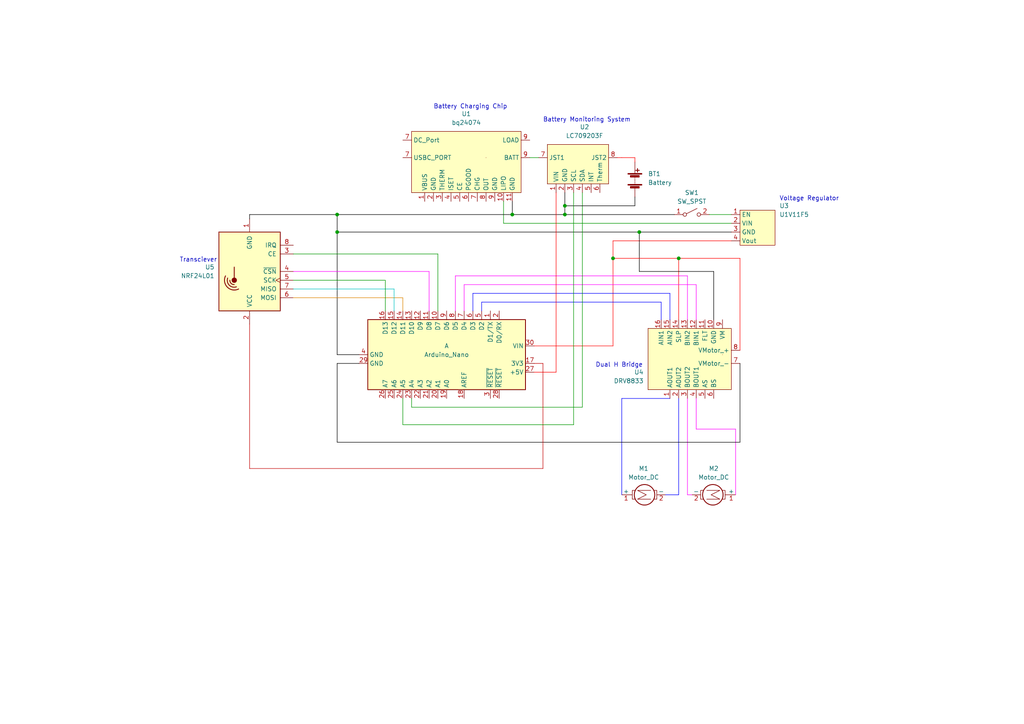
<source format=kicad_sch>
(kicad_sch (version 20211123) (generator eeschema)

  (uuid 9538e4ed-27e6-4c37-b989-9859dc0d49e8)

  (paper "A4")

  (title_block
    (title "Car Circuitry")
    (date "2022-04-25")
    (company "Senior Design Team 18")
  )

  (lib_symbols
    (symbol "Car_Circuits:DRV8833" (in_bom yes) (on_board yes)
      (property "Reference" "U" (id 0) (at 0 0 0)
        (effects (font (size 1.27 1.27)))
      )
      (property "Value" "DRV8833" (id 1) (at 29.21 -16.51 0)
        (effects (font (size 1.27 1.27)))
      )
      (property "Footprint" "" (id 2) (at 0 0 0)
        (effects (font (size 1.27 1.27)) hide)
      )
      (property "Datasheet" "" (id 3) (at 0 0 0)
        (effects (font (size 1.27 1.27)) hide)
      )
      (symbol "DRV8833_0_1"
        (rectangle (start 0 0) (end 24.13 -17.78)
          (stroke (width 0) (type default) (color 0 0 0 0))
          (fill (type background))
        )
        (rectangle (start 21.59 -7.62) (end 21.59 -7.62)
          (stroke (width 0) (type default) (color 0 0 0 0))
          (fill (type none))
        )
      )
      (symbol "DRV8833_1_1"
        (pin output line (at 6.35 -20.32 90) (length 2.54)
          (name "AOUT1" (effects (font (size 1.27 1.27))))
          (number "1" (effects (font (size 1.27 1.27))))
        )
        (pin input line (at 19.05 2.54 270) (length 2.54)
          (name "GND" (effects (font (size 1.27 1.27))))
          (number "10" (effects (font (size 1.27 1.27))))
        )
        (pin input line (at 16.51 2.54 270) (length 2.54)
          (name "FLT" (effects (font (size 1.27 1.27))))
          (number "11" (effects (font (size 1.27 1.27))))
        )
        (pin input line (at 13.97 2.54 270) (length 2.54)
          (name "BIN1" (effects (font (size 1.27 1.27))))
          (number "12" (effects (font (size 1.27 1.27))))
        )
        (pin input line (at 11.43 2.54 270) (length 2.54)
          (name "BIN2" (effects (font (size 1.27 1.27))))
          (number "13" (effects (font (size 1.27 1.27))))
        )
        (pin input line (at 8.89 2.54 270) (length 2.54)
          (name "SLP" (effects (font (size 1.27 1.27))))
          (number "14" (effects (font (size 1.27 1.27))))
        )
        (pin input line (at 6.35 2.54 270) (length 2.54)
          (name "AIN2" (effects (font (size 1.27 1.27))))
          (number "15" (effects (font (size 1.27 1.27))))
        )
        (pin input line (at 3.81 2.54 270) (length 2.54)
          (name "AIN1" (effects (font (size 1.27 1.27))))
          (number "16" (effects (font (size 1.27 1.27))))
        )
        (pin output line (at 8.89 -20.32 90) (length 2.54)
          (name "AOUT2" (effects (font (size 1.27 1.27))))
          (number "2" (effects (font (size 1.27 1.27))))
        )
        (pin output line (at 11.43 -20.32 90) (length 2.54)
          (name "BOUT2" (effects (font (size 1.27 1.27))))
          (number "3" (effects (font (size 1.27 1.27))))
        )
        (pin output line (at 13.97 -20.32 90) (length 2.54)
          (name "BOUT1" (effects (font (size 1.27 1.27))))
          (number "4" (effects (font (size 1.27 1.27))))
        )
        (pin input line (at 16.51 -20.32 90) (length 2.54)
          (name "AS" (effects (font (size 1.27 1.27))))
          (number "5" (effects (font (size 1.27 1.27))))
        )
        (pin input line (at 19.05 -20.32 90) (length 2.54)
          (name "BS" (effects (font (size 1.27 1.27))))
          (number "6" (effects (font (size 1.27 1.27))))
        )
        (pin output line (at 26.67 -10.16 180) (length 2.54)
          (name "VMotor_-" (effects (font (size 1.27 1.27))))
          (number "7" (effects (font (size 1.27 1.27))))
        )
        (pin output line (at 26.67 -6.35 180) (length 2.54)
          (name "VMotor_+" (effects (font (size 1.27 1.27))))
          (number "8" (effects (font (size 1.27 1.27))))
        )
        (pin input line (at 21.59 2.54 270) (length 2.54)
          (name "VM" (effects (font (size 1.27 1.27))))
          (number "9" (effects (font (size 1.27 1.27))))
        )
      )
    )
    (symbol "Car_Circuits:LC709203F" (in_bom yes) (on_board yes)
      (property "Reference" "U" (id 0) (at 0 0 0)
        (effects (font (size 1.27 1.27)))
      )
      (property "Value" "LC709203F" (id 1) (at 11.43 1.27 0)
        (effects (font (size 1.27 1.27)))
      )
      (property "Footprint" "" (id 2) (at 0 0 0)
        (effects (font (size 1.27 1.27)) hide)
      )
      (property "Datasheet" "" (id 3) (at 0 0 0)
        (effects (font (size 1.27 1.27)) hide)
      )
      (symbol "LC709203F_0_1"
        (rectangle (start 0 0) (end 17.78 -11.43)
          (stroke (width 0) (type default) (color 0 0 0 0))
          (fill (type background))
        )
        (rectangle (start 21.59 -3.81) (end 21.59 -3.81)
          (stroke (width 0) (type default) (color 0 0 0 0))
          (fill (type none))
        )
      )
      (symbol "LC709203F_1_1"
        (pin input line (at 2.54 -13.97 90) (length 2.54)
          (name "VIN" (effects (font (size 1.27 1.27))))
          (number "1" (effects (font (size 1.27 1.27))))
        )
        (pin input line (at 5.08 -13.97 90) (length 2.54)
          (name "GND" (effects (font (size 1.27 1.27))))
          (number "2" (effects (font (size 1.27 1.27))))
        )
        (pin output line (at 7.62 -13.97 90) (length 2.54)
          (name "SCL" (effects (font (size 1.27 1.27))))
          (number "3" (effects (font (size 1.27 1.27))))
        )
        (pin output line (at 10.16 -13.97 90) (length 2.54)
          (name "SDA" (effects (font (size 1.27 1.27))))
          (number "4" (effects (font (size 1.27 1.27))))
        )
        (pin input line (at 12.7 -13.97 90) (length 2.54)
          (name "INT" (effects (font (size 1.27 1.27))))
          (number "5" (effects (font (size 1.27 1.27))))
        )
        (pin input line (at 15.24 -13.97 90) (length 2.54)
          (name "Therm" (effects (font (size 1.27 1.27))))
          (number "6" (effects (font (size 1.27 1.27))))
        )
        (pin input line (at -2.54 -3.81 0) (length 2.54)
          (name "JST1" (effects (font (size 1.27 1.27))))
          (number "7" (effects (font (size 1.27 1.27))))
        )
        (pin input line (at 20.32 -3.81 180) (length 2.54)
          (name "JST2" (effects (font (size 1.27 1.27))))
          (number "8" (effects (font (size 1.27 1.27))))
        )
      )
    )
    (symbol "Car_Circuits:U1V11F5" (in_bom yes) (on_board yes)
      (property "Reference" "U" (id 0) (at 0 0 0)
        (effects (font (size 1.27 1.27)))
      )
      (property "Value" "U1V11F5" (id 1) (at 5.08 1.27 0)
        (effects (font (size 1.27 1.27)))
      )
      (property "Footprint" "" (id 2) (at 0 0 0)
        (effects (font (size 1.27 1.27)) hide)
      )
      (property "Datasheet" "" (id 3) (at 0 0 0)
        (effects (font (size 1.27 1.27)) hide)
      )
      (symbol "U1V11F5_0_1"
        (rectangle (start 0 0) (end 10.16 -10.16)
          (stroke (width 0) (type default) (color 0 0 0 0))
          (fill (type background))
        )
      )
      (symbol "U1V11F5_1_1"
        (pin input line (at 1.27 -12.7 90) (length 2.54)
          (name "EN" (effects (font (size 1.27 1.27))))
          (number "1" (effects (font (size 1.27 1.27))))
        )
        (pin input line (at 3.81 -12.7 90) (length 2.54)
          (name "VIN" (effects (font (size 1.27 1.27))))
          (number "2" (effects (font (size 1.27 1.27))))
        )
        (pin passive line (at 6.35 -12.7 90) (length 2.54)
          (name "GND" (effects (font (size 1.27 1.27))))
          (number "3" (effects (font (size 1.27 1.27))))
        )
        (pin output line (at 8.89 -12.7 90) (length 2.54)
          (name "Vout" (effects (font (size 1.27 1.27))))
          (number "4" (effects (font (size 1.27 1.27))))
        )
      )
    )
    (symbol "Car_Circuits:bq24074" (in_bom yes) (on_board yes)
      (property "Reference" "U" (id 0) (at 0 0 0)
        (effects (font (size 1.27 1.27)))
      )
      (property "Value" "bq24074" (id 1) (at 15.24 1.27 0)
        (effects (font (size 1.27 1.27)))
      )
      (property "Footprint" "" (id 2) (at 0 0 0)
        (effects (font (size 1.27 1.27)) hide)
      )
      (property "Datasheet" "" (id 3) (at 0 0 0)
        (effects (font (size 1.27 1.27)) hide)
      )
      (symbol "bq24074_0_1"
        (rectangle (start 0 0) (end 31.75 -17.78)
          (stroke (width 0) (type default) (color 0 0 0 0))
          (fill (type background))
        )
        (rectangle (start 21.59 -7.62) (end 21.59 -7.62)
          (stroke (width 0) (type default) (color 0 0 0 0))
          (fill (type none))
        )
      )
      (symbol "bq24074_1_1"
        (pin input line (at 3.81 -20.32 90) (length 2.54)
          (name "VBUS" (effects (font (size 1.27 1.27))))
          (number "1" (effects (font (size 1.27 1.27))))
        )
        (pin output line (at 26.67 -20.32 90) (length 2.54)
          (name "LIPO" (effects (font (size 1.27 1.27))))
          (number "10" (effects (font (size 1.27 1.27))))
        )
        (pin input line (at 29.21 -20.32 90) (length 2.54)
          (name "GND" (effects (font (size 1.27 1.27))))
          (number "11" (effects (font (size 1.27 1.27))))
        )
        (pin input line (at 6.35 -20.32 90) (length 2.54)
          (name "GND" (effects (font (size 1.27 1.27))))
          (number "2" (effects (font (size 1.27 1.27))))
        )
        (pin output line (at 8.89 -20.32 90) (length 2.54)
          (name "THERM" (effects (font (size 1.27 1.27))))
          (number "3" (effects (font (size 1.27 1.27))))
        )
        (pin output line (at 11.43 -20.32 90) (length 2.54)
          (name "ISET" (effects (font (size 1.27 1.27))))
          (number "4" (effects (font (size 1.27 1.27))))
        )
        (pin input line (at 13.97 -20.32 90) (length 2.54)
          (name "CE" (effects (font (size 1.27 1.27))))
          (number "5" (effects (font (size 1.27 1.27))))
        )
        (pin input line (at 16.51 -20.32 90) (length 2.54)
          (name "PGOOD" (effects (font (size 1.27 1.27))))
          (number "6" (effects (font (size 1.27 1.27))))
        )
        (pin input line (at 19.05 -20.32 90) (length 2.54)
          (name "CHG" (effects (font (size 1.27 1.27))))
          (number "7" (effects (font (size 1.27 1.27))))
        )
        (pin input line (at -2.54 -2.54 0) (length 2.54)
          (name "DC_Port" (effects (font (size 1.27 1.27))))
          (number "7" (effects (font (size 1.27 1.27))))
        )
        (pin input line (at -2.54 -7.62 0) (length 2.54)
          (name "USBC_PORT" (effects (font (size 1.27 1.27))))
          (number "7" (effects (font (size 1.27 1.27))))
        )
        (pin input line (at 21.59 -20.32 90) (length 2.54)
          (name "OUT" (effects (font (size 1.27 1.27))))
          (number "8" (effects (font (size 1.27 1.27))))
        )
        (pin output line (at 34.29 -7.62 180) (length 2.54)
          (name "BATT" (effects (font (size 1.27 1.27))))
          (number "9" (effects (font (size 1.27 1.27))))
        )
        (pin output line (at 24.13 -20.32 90) (length 2.54)
          (name "GND" (effects (font (size 1.27 1.27))))
          (number "9" (effects (font (size 1.27 1.27))))
        )
        (pin output line (at 34.29 -2.54 180) (length 2.54)
          (name "LOAD" (effects (font (size 1.27 1.27))))
          (number "9" (effects (font (size 1.27 1.27))))
        )
      )
    )
    (symbol "Device:Battery" (pin_numbers hide) (pin_names (offset 0) hide) (in_bom yes) (on_board yes)
      (property "Reference" "BT" (id 0) (at 2.54 2.54 0)
        (effects (font (size 1.27 1.27)) (justify left))
      )
      (property "Value" "Battery" (id 1) (at 2.54 0 0)
        (effects (font (size 1.27 1.27)) (justify left))
      )
      (property "Footprint" "" (id 2) (at 0 1.524 90)
        (effects (font (size 1.27 1.27)) hide)
      )
      (property "Datasheet" "~" (id 3) (at 0 1.524 90)
        (effects (font (size 1.27 1.27)) hide)
      )
      (property "ki_keywords" "batt voltage-source cell" (id 4) (at 0 0 0)
        (effects (font (size 1.27 1.27)) hide)
      )
      (property "ki_description" "Multiple-cell battery" (id 5) (at 0 0 0)
        (effects (font (size 1.27 1.27)) hide)
      )
      (symbol "Battery_0_1"
        (rectangle (start -2.032 -1.397) (end 2.032 -1.651)
          (stroke (width 0) (type default) (color 0 0 0 0))
          (fill (type outline))
        )
        (rectangle (start -2.032 1.778) (end 2.032 1.524)
          (stroke (width 0) (type default) (color 0 0 0 0))
          (fill (type outline))
        )
        (rectangle (start -1.3208 -1.9812) (end 1.27 -2.4892)
          (stroke (width 0) (type default) (color 0 0 0 0))
          (fill (type outline))
        )
        (rectangle (start -1.3208 1.1938) (end 1.27 0.6858)
          (stroke (width 0) (type default) (color 0 0 0 0))
          (fill (type outline))
        )
        (polyline
          (pts
            (xy 0 -1.524)
            (xy 0 -1.27)
          )
          (stroke (width 0) (type default) (color 0 0 0 0))
          (fill (type none))
        )
        (polyline
          (pts
            (xy 0 -1.016)
            (xy 0 -0.762)
          )
          (stroke (width 0) (type default) (color 0 0 0 0))
          (fill (type none))
        )
        (polyline
          (pts
            (xy 0 -0.508)
            (xy 0 -0.254)
          )
          (stroke (width 0) (type default) (color 0 0 0 0))
          (fill (type none))
        )
        (polyline
          (pts
            (xy 0 0)
            (xy 0 0.254)
          )
          (stroke (width 0) (type default) (color 0 0 0 0))
          (fill (type none))
        )
        (polyline
          (pts
            (xy 0 0.508)
            (xy 0 0.762)
          )
          (stroke (width 0) (type default) (color 0 0 0 0))
          (fill (type none))
        )
        (polyline
          (pts
            (xy 0 1.778)
            (xy 0 2.54)
          )
          (stroke (width 0) (type default) (color 0 0 0 0))
          (fill (type none))
        )
        (polyline
          (pts
            (xy 0.254 2.667)
            (xy 1.27 2.667)
          )
          (stroke (width 0.254) (type default) (color 0 0 0 0))
          (fill (type none))
        )
        (polyline
          (pts
            (xy 0.762 3.175)
            (xy 0.762 2.159)
          )
          (stroke (width 0.254) (type default) (color 0 0 0 0))
          (fill (type none))
        )
      )
      (symbol "Battery_1_1"
        (pin passive line (at 0 5.08 270) (length 2.54)
          (name "+" (effects (font (size 1.27 1.27))))
          (number "1" (effects (font (size 1.27 1.27))))
        )
        (pin passive line (at 0 -5.08 90) (length 2.54)
          (name "-" (effects (font (size 1.27 1.27))))
          (number "2" (effects (font (size 1.27 1.27))))
        )
      )
    )
    (symbol "MCU_Module:Arduino_Nano_v3.x" (in_bom yes) (on_board yes)
      (property "Reference" "A" (id 0) (at -10.16 23.495 0)
        (effects (font (size 1.27 1.27)) (justify left bottom))
      )
      (property "Value" "Arduino_Nano_v3.x" (id 1) (at 5.08 -24.13 0)
        (effects (font (size 1.27 1.27)) (justify left top))
      )
      (property "Footprint" "Module:Arduino_Nano" (id 2) (at 0 0 0)
        (effects (font (size 1.27 1.27) italic) hide)
      )
      (property "Datasheet" "http://www.mouser.com/pdfdocs/Gravitech_Arduino_Nano3_0.pdf" (id 3) (at 0 0 0)
        (effects (font (size 1.27 1.27)) hide)
      )
      (property "ki_keywords" "Arduino nano microcontroller module USB" (id 4) (at 0 0 0)
        (effects (font (size 1.27 1.27)) hide)
      )
      (property "ki_description" "Arduino Nano v3.x" (id 5) (at 0 0 0)
        (effects (font (size 1.27 1.27)) hide)
      )
      (property "ki_fp_filters" "Arduino*Nano*" (id 6) (at 0 0 0)
        (effects (font (size 1.27 1.27)) hide)
      )
      (symbol "Arduino_Nano_v3.x_0_1"
        (rectangle (start -10.16 22.86) (end 10.16 -22.86)
          (stroke (width 0.254) (type default) (color 0 0 0 0))
          (fill (type background))
        )
      )
      (symbol "Arduino_Nano_v3.x_1_1"
        (pin bidirectional line (at -12.7 12.7 0) (length 2.54)
          (name "D1/TX" (effects (font (size 1.27 1.27))))
          (number "1" (effects (font (size 1.27 1.27))))
        )
        (pin bidirectional line (at -12.7 -2.54 0) (length 2.54)
          (name "D7" (effects (font (size 1.27 1.27))))
          (number "10" (effects (font (size 1.27 1.27))))
        )
        (pin bidirectional line (at -12.7 -5.08 0) (length 2.54)
          (name "D8" (effects (font (size 1.27 1.27))))
          (number "11" (effects (font (size 1.27 1.27))))
        )
        (pin bidirectional line (at -12.7 -7.62 0) (length 2.54)
          (name "D9" (effects (font (size 1.27 1.27))))
          (number "12" (effects (font (size 1.27 1.27))))
        )
        (pin bidirectional line (at -12.7 -10.16 0) (length 2.54)
          (name "D10" (effects (font (size 1.27 1.27))))
          (number "13" (effects (font (size 1.27 1.27))))
        )
        (pin bidirectional line (at -12.7 -12.7 0) (length 2.54)
          (name "D11" (effects (font (size 1.27 1.27))))
          (number "14" (effects (font (size 1.27 1.27))))
        )
        (pin bidirectional line (at -12.7 -15.24 0) (length 2.54)
          (name "D12" (effects (font (size 1.27 1.27))))
          (number "15" (effects (font (size 1.27 1.27))))
        )
        (pin bidirectional line (at -12.7 -17.78 0) (length 2.54)
          (name "D13" (effects (font (size 1.27 1.27))))
          (number "16" (effects (font (size 1.27 1.27))))
        )
        (pin power_out line (at 2.54 25.4 270) (length 2.54)
          (name "3V3" (effects (font (size 1.27 1.27))))
          (number "17" (effects (font (size 1.27 1.27))))
        )
        (pin input line (at 12.7 5.08 180) (length 2.54)
          (name "AREF" (effects (font (size 1.27 1.27))))
          (number "18" (effects (font (size 1.27 1.27))))
        )
        (pin bidirectional line (at 12.7 0 180) (length 2.54)
          (name "A0" (effects (font (size 1.27 1.27))))
          (number "19" (effects (font (size 1.27 1.27))))
        )
        (pin bidirectional line (at -12.7 15.24 0) (length 2.54)
          (name "D0/RX" (effects (font (size 1.27 1.27))))
          (number "2" (effects (font (size 1.27 1.27))))
        )
        (pin bidirectional line (at 12.7 -2.54 180) (length 2.54)
          (name "A1" (effects (font (size 1.27 1.27))))
          (number "20" (effects (font (size 1.27 1.27))))
        )
        (pin bidirectional line (at 12.7 -5.08 180) (length 2.54)
          (name "A2" (effects (font (size 1.27 1.27))))
          (number "21" (effects (font (size 1.27 1.27))))
        )
        (pin bidirectional line (at 12.7 -7.62 180) (length 2.54)
          (name "A3" (effects (font (size 1.27 1.27))))
          (number "22" (effects (font (size 1.27 1.27))))
        )
        (pin bidirectional line (at 12.7 -10.16 180) (length 2.54)
          (name "A4" (effects (font (size 1.27 1.27))))
          (number "23" (effects (font (size 1.27 1.27))))
        )
        (pin bidirectional line (at 12.7 -12.7 180) (length 2.54)
          (name "A5" (effects (font (size 1.27 1.27))))
          (number "24" (effects (font (size 1.27 1.27))))
        )
        (pin bidirectional line (at 12.7 -15.24 180) (length 2.54)
          (name "A6" (effects (font (size 1.27 1.27))))
          (number "25" (effects (font (size 1.27 1.27))))
        )
        (pin bidirectional line (at 12.7 -17.78 180) (length 2.54)
          (name "A7" (effects (font (size 1.27 1.27))))
          (number "26" (effects (font (size 1.27 1.27))))
        )
        (pin power_out line (at 5.08 25.4 270) (length 2.54)
          (name "+5V" (effects (font (size 1.27 1.27))))
          (number "27" (effects (font (size 1.27 1.27))))
        )
        (pin input line (at 12.7 15.24 180) (length 2.54)
          (name "~{RESET}" (effects (font (size 1.27 1.27))))
          (number "28" (effects (font (size 1.27 1.27))))
        )
        (pin power_in line (at 2.54 -25.4 90) (length 2.54)
          (name "GND" (effects (font (size 1.27 1.27))))
          (number "29" (effects (font (size 1.27 1.27))))
        )
        (pin input line (at 12.7 12.7 180) (length 2.54)
          (name "~{RESET}" (effects (font (size 1.27 1.27))))
          (number "3" (effects (font (size 1.27 1.27))))
        )
        (pin power_in line (at -2.54 25.4 270) (length 2.54)
          (name "VIN" (effects (font (size 1.27 1.27))))
          (number "30" (effects (font (size 1.27 1.27))))
        )
        (pin power_in line (at 0 -25.4 90) (length 2.54)
          (name "GND" (effects (font (size 1.27 1.27))))
          (number "4" (effects (font (size 1.27 1.27))))
        )
        (pin bidirectional line (at -12.7 10.16 0) (length 2.54)
          (name "D2" (effects (font (size 1.27 1.27))))
          (number "5" (effects (font (size 1.27 1.27))))
        )
        (pin bidirectional line (at -12.7 7.62 0) (length 2.54)
          (name "D3" (effects (font (size 1.27 1.27))))
          (number "6" (effects (font (size 1.27 1.27))))
        )
        (pin bidirectional line (at -12.7 5.08 0) (length 2.54)
          (name "D4" (effects (font (size 1.27 1.27))))
          (number "7" (effects (font (size 1.27 1.27))))
        )
        (pin bidirectional line (at -12.7 2.54 0) (length 2.54)
          (name "D5" (effects (font (size 1.27 1.27))))
          (number "8" (effects (font (size 1.27 1.27))))
        )
        (pin bidirectional line (at -12.7 0 0) (length 2.54)
          (name "D6" (effects (font (size 1.27 1.27))))
          (number "9" (effects (font (size 1.27 1.27))))
        )
      )
    )
    (symbol "Motor:Motor_DC_ALT" (pin_names (offset 0)) (in_bom yes) (on_board yes)
      (property "Reference" "M" (id 0) (at 2.54 2.54 0)
        (effects (font (size 1.27 1.27)) (justify left))
      )
      (property "Value" "Motor_DC_ALT" (id 1) (at 2.54 -5.08 0)
        (effects (font (size 1.27 1.27)) (justify left top))
      )
      (property "Footprint" "" (id 2) (at 0 -2.286 0)
        (effects (font (size 1.27 1.27)) hide)
      )
      (property "Datasheet" "~" (id 3) (at 0 -2.286 0)
        (effects (font (size 1.27 1.27)) hide)
      )
      (property "ki_keywords" "DC Motor" (id 4) (at 0 0 0)
        (effects (font (size 1.27 1.27)) hide)
      )
      (property "ki_description" "DC Motor, alternative symbol" (id 5) (at 0 0 0)
        (effects (font (size 1.27 1.27)) hide)
      )
      (property "ki_fp_filters" "PinHeader*P2.54mm* TerminalBlock*" (id 6) (at 0 0 0)
        (effects (font (size 1.27 1.27)) hide)
      )
      (symbol "Motor_DC_ALT_0_0"
        (circle (center 0 -1.524) (radius 2.9718)
          (stroke (width 0.254) (type default) (color 0 0 0 0))
          (fill (type none))
        )
        (polyline
          (pts
            (xy -1.27 -4.318)
            (xy -1.27 -5.08)
            (xy 1.27 -5.08)
            (xy 1.27 -4.318)
          )
          (stroke (width 0) (type default) (color 0 0 0 0))
          (fill (type none))
        )
        (polyline
          (pts
            (xy -1.27 1.27)
            (xy -1.27 2.032)
            (xy 1.27 2.032)
            (xy 1.27 1.27)
          )
          (stroke (width 0) (type default) (color 0 0 0 0))
          (fill (type none))
        )
        (polyline
          (pts
            (xy -1.27 -3.302)
            (xy -1.27 0.508)
            (xy 0 -2.032)
            (xy 1.27 0.508)
            (xy 1.27 -3.302)
          )
          (stroke (width 0) (type default) (color 0 0 0 0))
          (fill (type none))
        )
      )
      (symbol "Motor_DC_ALT_0_1"
        (polyline
          (pts
            (xy 0 2.032)
            (xy 0 2.54)
          )
          (stroke (width 0) (type default) (color 0 0 0 0))
          (fill (type none))
        )
      )
      (symbol "Motor_DC_ALT_1_1"
        (pin passive line (at 0 5.08 270) (length 2.54)
          (name "+" (effects (font (size 1.27 1.27))))
          (number "1" (effects (font (size 1.27 1.27))))
        )
        (pin passive line (at 0 -7.62 90) (length 2.54)
          (name "-" (effects (font (size 1.27 1.27))))
          (number "2" (effects (font (size 1.27 1.27))))
        )
      )
    )
    (symbol "RF:NRF24L01_Breakout" (pin_names (offset 1.016)) (in_bom yes) (on_board yes)
      (property "Reference" "U" (id 0) (at -8.89 12.7 0)
        (effects (font (size 1.27 1.27)) (justify left))
      )
      (property "Value" "NRF24L01_Breakout" (id 1) (at 3.81 12.7 0)
        (effects (font (size 1.27 1.27)) (justify left))
      )
      (property "Footprint" "RF_Module:nRF24L01_Breakout" (id 2) (at 3.81 15.24 0)
        (effects (font (size 1.27 1.27) italic) (justify left) hide)
      )
      (property "Datasheet" "http://www.nordicsemi.com/eng/content/download/2730/34105/file/nRF24L01_Product_Specification_v2_0.pdf" (id 3) (at 0 -2.54 0)
        (effects (font (size 1.27 1.27)) hide)
      )
      (property "ki_keywords" "Low Power RF Transciever breakout carrier" (id 4) (at 0 0 0)
        (effects (font (size 1.27 1.27)) hide)
      )
      (property "ki_description" "Ultra low power 2.4GHz RF Transceiver, Carrier PCB" (id 5) (at 0 0 0)
        (effects (font (size 1.27 1.27)) hide)
      )
      (property "ki_fp_filters" "nRF24L01*Breakout*" (id 6) (at 0 0 0)
        (effects (font (size 1.27 1.27)) hide)
      )
      (symbol "NRF24L01_Breakout_0_1"
        (rectangle (start -8.89 11.43) (end 8.89 -11.43)
          (stroke (width 0.254) (type default) (color 0 0 0 0))
          (fill (type background))
        )
        (polyline
          (pts
            (xy 4.445 1.905)
            (xy 4.445 -1.27)
          )
          (stroke (width 0.254) (type default) (color 0 0 0 0))
          (fill (type none))
        )
        (circle (center 4.445 2.54) (radius 0.635)
          (stroke (width 0.254) (type default) (color 0 0 0 0))
          (fill (type outline))
        )
        (arc (start 5.715 2.54) (mid 5.3521 3.4546) (end 4.445 3.81)
          (stroke (width 0.254) (type default) (color 0 0 0 0))
          (fill (type none))
        )
        (arc (start 6.35 1.905) (mid 5.8763 3.9854) (end 3.81 4.445)
          (stroke (width 0.254) (type default) (color 0 0 0 0))
          (fill (type none))
        )
        (arc (start 6.985 1.27) (mid 6.453 4.548) (end 3.175 5.08)
          (stroke (width 0.254) (type default) (color 0 0 0 0))
          (fill (type none))
        )
      )
      (symbol "NRF24L01_Breakout_1_1"
        (pin power_in line (at 0 -15.24 90) (length 3.81)
          (name "GND" (effects (font (size 1.27 1.27))))
          (number "1" (effects (font (size 1.27 1.27))))
        )
        (pin power_in line (at 0 15.24 270) (length 3.81)
          (name "VCC" (effects (font (size 1.27 1.27))))
          (number "2" (effects (font (size 1.27 1.27))))
        )
        (pin input line (at -12.7 -5.08 0) (length 3.81)
          (name "CE" (effects (font (size 1.27 1.27))))
          (number "3" (effects (font (size 1.27 1.27))))
        )
        (pin input line (at -12.7 0 0) (length 3.81)
          (name "~{CSN}" (effects (font (size 1.27 1.27))))
          (number "4" (effects (font (size 1.27 1.27))))
        )
        (pin input clock (at -12.7 2.54 0) (length 3.81)
          (name "SCK" (effects (font (size 1.27 1.27))))
          (number "5" (effects (font (size 1.27 1.27))))
        )
        (pin input line (at -12.7 7.62 0) (length 3.81)
          (name "MOSI" (effects (font (size 1.27 1.27))))
          (number "6" (effects (font (size 1.27 1.27))))
        )
        (pin output line (at -12.7 5.08 0) (length 3.81)
          (name "MISO" (effects (font (size 1.27 1.27))))
          (number "7" (effects (font (size 1.27 1.27))))
        )
        (pin output line (at -12.7 -7.62 0) (length 3.81)
          (name "IRQ" (effects (font (size 1.27 1.27))))
          (number "8" (effects (font (size 1.27 1.27))))
        )
      )
    )
    (symbol "Switch:SW_SPST" (pin_names (offset 0) hide) (in_bom yes) (on_board yes)
      (property "Reference" "SW" (id 0) (at 0 3.175 0)
        (effects (font (size 1.27 1.27)))
      )
      (property "Value" "SW_SPST" (id 1) (at 0 -2.54 0)
        (effects (font (size 1.27 1.27)))
      )
      (property "Footprint" "" (id 2) (at 0 0 0)
        (effects (font (size 1.27 1.27)) hide)
      )
      (property "Datasheet" "~" (id 3) (at 0 0 0)
        (effects (font (size 1.27 1.27)) hide)
      )
      (property "ki_keywords" "switch lever" (id 4) (at 0 0 0)
        (effects (font (size 1.27 1.27)) hide)
      )
      (property "ki_description" "Single Pole Single Throw (SPST) switch" (id 5) (at 0 0 0)
        (effects (font (size 1.27 1.27)) hide)
      )
      (symbol "SW_SPST_0_0"
        (circle (center -2.032 0) (radius 0.508)
          (stroke (width 0) (type default) (color 0 0 0 0))
          (fill (type none))
        )
        (polyline
          (pts
            (xy -1.524 0.254)
            (xy 1.524 1.778)
          )
          (stroke (width 0) (type default) (color 0 0 0 0))
          (fill (type none))
        )
        (circle (center 2.032 0) (radius 0.508)
          (stroke (width 0) (type default) (color 0 0 0 0))
          (fill (type none))
        )
      )
      (symbol "SW_SPST_1_1"
        (pin passive line (at -5.08 0 0) (length 2.54)
          (name "A" (effects (font (size 1.27 1.27))))
          (number "1" (effects (font (size 1.27 1.27))))
        )
        (pin passive line (at 5.08 0 180) (length 2.54)
          (name "B" (effects (font (size 1.27 1.27))))
          (number "2" (effects (font (size 1.27 1.27))))
        )
      )
    )
  )

  (junction (at 97.79 67.31) (diameter 0) (color 0 0 0 0)
    (uuid 0af76e27-3b94-4336-9d44-56555d6b197d)
  )
  (junction (at 163.83 62.23) (diameter 0) (color 0 0 0 0)
    (uuid 1d84aef6-bd25-42d1-84b1-607fd1ba407a)
  )
  (junction (at 97.79 62.23) (diameter 0) (color 0 0 0 0)
    (uuid 27f7e1c9-7046-4e53-8d23-e34b559da5c3)
  )
  (junction (at 163.83 59.69) (diameter 0) (color 0 0 0 0)
    (uuid 53f56889-d022-43dd-970f-8015285e6dfa)
  )
  (junction (at 177.8 74.93) (diameter 0) (color 0 0 0 0)
    (uuid c3546e01-99e6-4a39-851d-be2b37d2bb3b)
  )
  (junction (at 185.42 67.31) (diameter 0) (color 0 0 0 0)
    (uuid c3e197bc-dd4b-4d47-96f0-3f92271557e2)
  )
  (junction (at 196.85 74.93) (diameter 0) (color 0 0 0 0)
    (uuid d3a9715a-e82c-41f3-abde-08a52e9d071e)
  )
  (junction (at 148.59 62.23) (diameter 0) (color 0 0 0 0)
    (uuid df695cc6-e3ed-4d2a-b061-c906c5dfedfa)
  )

  (wire (pts (xy 166.37 123.19) (xy 116.84 123.19))
    (stroke (width 0) (type default) (color 0 0 0 0))
    (uuid 124be749-19cc-426e-8a08-4f2774253872)
  )
  (wire (pts (xy 137.16 85.09) (xy 194.31 85.09))
    (stroke (width 0) (type default) (color 0 0 255 1))
    (uuid 14ca1bc4-c43d-4977-ae30-fdb9b167476c)
  )
  (wire (pts (xy 193.04 143.51) (xy 196.85 143.51))
    (stroke (width 0) (type default) (color 0 0 255 1))
    (uuid 22adf716-2e00-48b4-8bae-172417c088ec)
  )
  (wire (pts (xy 72.39 63.5) (xy 72.39 62.23))
    (stroke (width 0) (type default) (color 0 0 0 1))
    (uuid 24b173d1-c6c9-4fd1-b4f9-de29a63293fa)
  )
  (wire (pts (xy 97.79 62.23) (xy 97.79 67.31))
    (stroke (width 0) (type default) (color 0 0 0 1))
    (uuid 253a7ac4-c33e-4ce0-8354-edb0880d7ed4)
  )
  (wire (pts (xy 205.74 62.23) (xy 212.09 62.23))
    (stroke (width 0) (type default) (color 0 0 0 0))
    (uuid 25d0dd93-062c-46b8-9139-080f38a74198)
  )
  (wire (pts (xy 97.79 128.27) (xy 214.63 128.27))
    (stroke (width 0) (type default) (color 0 0 0 1))
    (uuid 28138b49-7919-4ebd-ae2c-dde208627a3c)
  )
  (wire (pts (xy 194.31 85.09) (xy 194.31 92.71))
    (stroke (width 0) (type default) (color 0 0 255 1))
    (uuid 2c2fe7d0-f984-4d8c-b1e1-15771cbfd61e)
  )
  (wire (pts (xy 177.8 69.85) (xy 177.8 74.93))
    (stroke (width 0) (type default) (color 255 0 0 1))
    (uuid 2cd21480-5af3-43f5-9bfe-8c3d9cc14191)
  )
  (wire (pts (xy 114.3 90.17) (xy 114.3 83.82))
    (stroke (width 0) (type default) (color 0 194 194 1))
    (uuid 2e6a0948-f205-4dd1-8630-35f493cfc24b)
  )
  (wire (pts (xy 161.29 107.95) (xy 154.94 107.95))
    (stroke (width 0) (type default) (color 255 0 0 1))
    (uuid 2e9e45a6-4130-47b6-8ed6-d84fbf5cda11)
  )
  (wire (pts (xy 199.39 80.01) (xy 199.39 92.71))
    (stroke (width 0) (type default) (color 255 0 255 1))
    (uuid 32ace075-bd61-45d1-b8ed-e9c1d5256380)
  )
  (wire (pts (xy 127 73.66) (xy 85.09 73.66))
    (stroke (width 0) (type default) (color 0 0 0 0))
    (uuid 34b61709-1871-4b0c-977c-b28e919f11f5)
  )
  (wire (pts (xy 116.84 86.36) (xy 116.84 90.17))
    (stroke (width 0) (type default) (color 221 133 0 1))
    (uuid 36ef47c3-c9cf-420f-9ab5-018880b3cfe6)
  )
  (wire (pts (xy 201.93 115.57) (xy 201.93 124.46))
    (stroke (width 0) (type default) (color 255 0 255 1))
    (uuid 37b906e0-23fb-4f8d-b3c5-4d7ee5f2e219)
  )
  (wire (pts (xy 139.7 90.17) (xy 139.7 87.63))
    (stroke (width 0) (type default) (color 0 0 255 1))
    (uuid 39ab6139-5e1e-412e-870d-a37fcd92c43f)
  )
  (wire (pts (xy 119.38 118.11) (xy 119.38 115.57))
    (stroke (width 0) (type default) (color 0 0 0 0))
    (uuid 3e3cb8c3-50fc-4344-8338-0e8552189d0f)
  )
  (wire (pts (xy 163.83 62.23) (xy 148.59 62.23))
    (stroke (width 0) (type default) (color 0 0 0 1))
    (uuid 462580aa-fb2d-40fc-bfcf-a19a5d193f2d)
  )
  (wire (pts (xy 97.79 105.41) (xy 97.79 128.27))
    (stroke (width 0) (type default) (color 0 0 0 1))
    (uuid 47e6af89-b4ee-46be-9d65-62162264431b)
  )
  (wire (pts (xy 163.83 59.69) (xy 163.83 62.23))
    (stroke (width 0) (type default) (color 0 0 0 1))
    (uuid 484074e1-9c28-49e6-a2d2-f1f8430ef04a)
  )
  (wire (pts (xy 124.46 90.17) (xy 124.46 78.74))
    (stroke (width 0) (type default) (color 255 0 255 1))
    (uuid 48f2785e-e265-4f5b-9ecd-37c0c89aa148)
  )
  (wire (pts (xy 72.39 135.89) (xy 157.48 135.89))
    (stroke (width 0) (type default) (color 194 0 0 1))
    (uuid 4f74124e-4393-4862-ba4a-fb92431b6cc6)
  )
  (wire (pts (xy 201.93 124.46) (xy 213.36 124.46))
    (stroke (width 0) (type default) (color 255 0 255 1))
    (uuid 520d4980-ef1b-4202-96df-0642f1479d2d)
  )
  (wire (pts (xy 200.66 143.51) (xy 199.39 143.51))
    (stroke (width 0) (type default) (color 255 0 255 1))
    (uuid 589ef79c-0fd4-4a62-a2f6-ecc9135437fe)
  )
  (wire (pts (xy 177.8 74.93) (xy 177.8 100.33))
    (stroke (width 0) (type default) (color 255 0 0 1))
    (uuid 5a7d6276-dfc9-4514-9953-a1f243de4673)
  )
  (wire (pts (xy 134.62 90.17) (xy 134.62 82.55))
    (stroke (width 0) (type default) (color 255 0 255 1))
    (uuid 5ea148be-5c1a-43af-944b-7bbd0451706b)
  )
  (wire (pts (xy 146.05 58.42) (xy 146.05 64.77))
    (stroke (width 0) (type default) (color 0 0 0 0))
    (uuid 641b76e7-1d9a-4031-9629-f999024b3e05)
  )
  (wire (pts (xy 196.85 74.93) (xy 214.63 74.93))
    (stroke (width 0) (type default) (color 255 0 0 1))
    (uuid 642214ef-8869-4952-81cf-373131df011f)
  )
  (wire (pts (xy 111.76 90.17) (xy 111.76 81.28))
    (stroke (width 0) (type default) (color 0 0 0 0))
    (uuid 665f4913-5d27-4d53-b231-257bf86b3887)
  )
  (wire (pts (xy 177.8 74.93) (xy 196.85 74.93))
    (stroke (width 0) (type default) (color 255 0 0 1))
    (uuid 676ace31-4009-4d12-8388-dcad1a20e9a8)
  )
  (wire (pts (xy 148.59 58.42) (xy 148.59 62.23))
    (stroke (width 0) (type default) (color 0 0 0 1))
    (uuid 6ee0885f-5616-40f0-b251-ffdf55a8b027)
  )
  (wire (pts (xy 199.39 115.57) (xy 199.39 143.51))
    (stroke (width 0) (type default) (color 255 0 255 1))
    (uuid 722fb921-0956-4637-b6ef-6056641b2247)
  )
  (wire (pts (xy 185.42 67.31) (xy 185.42 78.74))
    (stroke (width 0) (type default) (color 0 0 0 1))
    (uuid 737e072b-8eef-49fa-9cc8-5412ae74b435)
  )
  (wire (pts (xy 97.79 67.31) (xy 185.42 67.31))
    (stroke (width 0) (type default) (color 0 0 0 1))
    (uuid 744b8c09-5ed4-4301-a885-656b9d4e9a64)
  )
  (wire (pts (xy 85.09 86.36) (xy 116.84 86.36))
    (stroke (width 0) (type default) (color 221 133 0 1))
    (uuid 77a166b7-a806-4e4a-87d9-33bfbbb23720)
  )
  (wire (pts (xy 213.36 124.46) (xy 213.36 143.51))
    (stroke (width 0) (type default) (color 255 0 255 1))
    (uuid 7aaf7d32-bbb5-4484-9dfe-630f969b1137)
  )
  (wire (pts (xy 196.85 74.93) (xy 196.85 92.71))
    (stroke (width 0) (type default) (color 255 0 0 1))
    (uuid 7b10bfa2-f891-41c7-9c73-51a68dd5cc65)
  )
  (wire (pts (xy 116.84 123.19) (xy 116.84 115.57))
    (stroke (width 0) (type default) (color 0 0 0 0))
    (uuid 7c364006-de73-4ccb-bb31-5f41b58a9b4d)
  )
  (wire (pts (xy 195.58 62.23) (xy 163.83 62.23))
    (stroke (width 0) (type default) (color 0 0 0 1))
    (uuid 7cd7abaf-5a41-42d0-a02c-d339d63d332b)
  )
  (wire (pts (xy 104.14 105.41) (xy 97.79 105.41))
    (stroke (width 0) (type default) (color 0 0 0 1))
    (uuid 7de3bbf2-cba7-4860-b65f-ff577afcb001)
  )
  (wire (pts (xy 137.16 90.17) (xy 137.16 85.09))
    (stroke (width 0) (type default) (color 0 0 255 1))
    (uuid 82d2e783-f679-464e-b9fe-bb0a50e41e51)
  )
  (wire (pts (xy 139.7 87.63) (xy 191.77 87.63))
    (stroke (width 0) (type default) (color 0 0 255 1))
    (uuid 83037b08-ae27-4478-bc0d-5c66efe6f4be)
  )
  (wire (pts (xy 168.91 55.88) (xy 168.91 118.11))
    (stroke (width 0) (type default) (color 0 0 0 0))
    (uuid 83d7b025-e41c-4aaa-9455-59e6b84fe270)
  )
  (wire (pts (xy 196.85 143.51) (xy 196.85 115.57))
    (stroke (width 0) (type default) (color 0 0 255 1))
    (uuid 87b4bf58-1a6a-493d-8ce5-758cdf47d2df)
  )
  (wire (pts (xy 163.83 55.88) (xy 163.83 59.69))
    (stroke (width 0) (type default) (color 0 0 0 1))
    (uuid 889c7ec4-d0df-4409-99d0-83713286a3f8)
  )
  (wire (pts (xy 177.8 100.33) (xy 154.94 100.33))
    (stroke (width 0) (type default) (color 255 0 0 1))
    (uuid 8f94e064-7ed8-479c-a208-604cc448cca8)
  )
  (wire (pts (xy 153.67 45.72) (xy 156.21 45.72))
    (stroke (width 0) (type default) (color 0 0 0 0))
    (uuid 936891eb-cc8f-4614-a7e2-1b414b6635a1)
  )
  (wire (pts (xy 168.91 118.11) (xy 119.38 118.11))
    (stroke (width 0) (type default) (color 0 0 0 0))
    (uuid 94c72b63-336f-4fec-b01b-35e6db099747)
  )
  (wire (pts (xy 132.08 80.01) (xy 199.39 80.01))
    (stroke (width 0) (type default) (color 255 0 255 1))
    (uuid 9698fb42-581b-4269-af15-5a0d40200d48)
  )
  (wire (pts (xy 157.48 135.89) (xy 157.48 105.41))
    (stroke (width 0) (type default) (color 194 0 0 1))
    (uuid 99439100-cd02-4dca-b926-6882c5d376ed)
  )
  (wire (pts (xy 201.93 82.55) (xy 201.93 92.71))
    (stroke (width 0) (type default) (color 255 0 255 1))
    (uuid 9a3b2b95-7ff0-42d3-a86b-d9f39c0280da)
  )
  (wire (pts (xy 127 90.17) (xy 127 73.66))
    (stroke (width 0) (type default) (color 0 0 0 0))
    (uuid 9a86de69-7036-4239-a2fa-345c98f4b2c4)
  )
  (wire (pts (xy 124.46 78.74) (xy 85.09 78.74))
    (stroke (width 0) (type default) (color 255 0 255 1))
    (uuid 9e9bf321-6aa5-419a-8669-c30f45bf2e4d)
  )
  (wire (pts (xy 148.59 62.23) (xy 97.79 62.23))
    (stroke (width 0) (type default) (color 0 0 0 1))
    (uuid a2692f35-e62d-4e5f-b58d-c17f6d0e09d2)
  )
  (wire (pts (xy 191.77 87.63) (xy 191.77 92.71))
    (stroke (width 0) (type default) (color 0 0 255 1))
    (uuid a2ae44b6-cebc-4833-abfb-2d910799527e)
  )
  (wire (pts (xy 163.83 59.69) (xy 184.15 59.69))
    (stroke (width 0) (type default) (color 0 0 0 1))
    (uuid a6761700-c035-4e29-b2bb-3d3435bc2d6f)
  )
  (wire (pts (xy 180.34 115.57) (xy 180.34 143.51))
    (stroke (width 0) (type default) (color 0 0 255 1))
    (uuid ae5bc4b5-6b8e-4de0-b597-167465642455)
  )
  (wire (pts (xy 111.76 81.28) (xy 85.09 81.28))
    (stroke (width 0) (type default) (color 0 0 0 0))
    (uuid af050ca5-a434-486b-9cca-985ac579e5ea)
  )
  (wire (pts (xy 72.39 93.98) (xy 72.39 135.89))
    (stroke (width 0) (type default) (color 194 0 0 1))
    (uuid b91db372-8c20-4a7c-a2b6-ff86e9f3f4e1)
  )
  (wire (pts (xy 212.09 67.31) (xy 185.42 67.31))
    (stroke (width 0) (type default) (color 0 0 0 1))
    (uuid b951507d-9a47-4761-9db4-ef0999177ec1)
  )
  (wire (pts (xy 72.39 62.23) (xy 97.79 62.23))
    (stroke (width 0) (type default) (color 0 0 0 1))
    (uuid ba23648b-5edf-472e-a493-a52e6752578a)
  )
  (wire (pts (xy 212.09 69.85) (xy 177.8 69.85))
    (stroke (width 0) (type default) (color 255 0 0 1))
    (uuid bbfebc32-5352-4921-ba01-0613559c92d8)
  )
  (wire (pts (xy 146.05 64.77) (xy 212.09 64.77))
    (stroke (width 0) (type default) (color 0 0 0 0))
    (uuid c1a9e46c-b585-44d4-a6e6-140fd741557e)
  )
  (wire (pts (xy 97.79 102.87) (xy 104.14 102.87))
    (stroke (width 0) (type default) (color 0 0 0 1))
    (uuid c2b2265d-b78c-4db0-8a61-d379d14af4c0)
  )
  (wire (pts (xy 207.01 78.74) (xy 185.42 78.74))
    (stroke (width 0) (type default) (color 0 0 0 1))
    (uuid c2eb88ab-6111-4ec5-883c-5438566190e8)
  )
  (wire (pts (xy 161.29 55.88) (xy 161.29 107.95))
    (stroke (width 0) (type default) (color 255 0 0 1))
    (uuid c596b0b5-2dd7-454e-b0b7-6b08c40b51e7)
  )
  (wire (pts (xy 207.01 92.71) (xy 207.01 78.74))
    (stroke (width 0) (type default) (color 0 0 0 1))
    (uuid c7a49dcb-2c8f-400f-b462-47b571aabd07)
  )
  (wire (pts (xy 166.37 55.88) (xy 166.37 123.19))
    (stroke (width 0) (type default) (color 0 0 0 0))
    (uuid c8d26bb9-c260-4516-bf88-c9feea63c12e)
  )
  (wire (pts (xy 184.15 57.15) (xy 184.15 59.69))
    (stroke (width 0) (type default) (color 0 0 0 1))
    (uuid d8dbe9c4-07bd-4f7b-a750-08445d37f184)
  )
  (wire (pts (xy 179.07 45.72) (xy 184.15 45.72))
    (stroke (width 0) (type default) (color 255 0 0 1))
    (uuid dbfc6dca-f6f0-4d91-a949-b26aadfddf39)
  )
  (wire (pts (xy 114.3 83.82) (xy 85.09 83.82))
    (stroke (width 0) (type default) (color 0 194 194 1))
    (uuid df25c27e-05c5-4df3-be99-5f06079fa4af)
  )
  (wire (pts (xy 184.15 45.72) (xy 184.15 46.99))
    (stroke (width 0) (type default) (color 255 0 0 1))
    (uuid e2477495-a3fd-42d7-97bb-da9560ff791b)
  )
  (wire (pts (xy 214.63 128.27) (xy 214.63 105.41))
    (stroke (width 0) (type default) (color 0 0 0 1))
    (uuid e6718550-80ab-4ac2-acdf-c88bdc39187a)
  )
  (wire (pts (xy 97.79 67.31) (xy 97.79 102.87))
    (stroke (width 0) (type default) (color 0 0 0 1))
    (uuid e940203c-c311-45f2-b000-15922a47c3e1)
  )
  (wire (pts (xy 157.48 105.41) (xy 154.94 105.41))
    (stroke (width 0) (type default) (color 194 0 0 1))
    (uuid efef2b52-6db0-49f0-b6e1-c6efbc499803)
  )
  (wire (pts (xy 194.31 115.57) (xy 180.34 115.57))
    (stroke (width 0) (type default) (color 0 0 255 1))
    (uuid f0a18004-4a7e-4950-91ee-81c74824e397)
  )
  (wire (pts (xy 132.08 90.17) (xy 132.08 80.01))
    (stroke (width 0) (type default) (color 255 0 255 1))
    (uuid f68b9431-c300-48a7-a1dc-6fc193666c79)
  )
  (wire (pts (xy 214.63 101.6) (xy 214.63 74.93))
    (stroke (width 0) (type default) (color 255 0 0 1))
    (uuid f8e9ceba-c89c-4ff5-b4ba-055e500eee16)
  )
  (wire (pts (xy 134.62 82.55) (xy 201.93 82.55))
    (stroke (width 0) (type default) (color 255 0 255 1))
    (uuid f9dfd352-52ba-4443-9f1d-b9f34b5b3395)
  )

  (text "Battery Charging Chip\n" (at 125.73 31.75 0)
    (effects (font (size 1.27 1.27)) (justify left bottom))
    (uuid 585d2477-0d67-4cb6-8972-23e40cc45502)
  )
  (text "Transciever\n" (at 52.07 76.2 0)
    (effects (font (size 1.27 1.27)) (justify left bottom))
    (uuid 73e9cc5d-45ee-4f47-b663-7461d36f9c17)
  )
  (text "Battery Monitoring System" (at 157.48 35.56 0)
    (effects (font (size 1.27 1.27)) (justify left bottom))
    (uuid 8bbc51a2-d499-49e1-990a-89793b69089a)
  )
  (text "Dual H Bridge\n" (at 172.72 106.68 0)
    (effects (font (size 1.27 1.27)) (justify left bottom))
    (uuid 995fee2f-7dec-4b3d-b255-78553c1d2c14)
  )
  (text "Voltage Regulator" (at 226.06 58.42 0)
    (effects (font (size 1.27 1.27)) (justify left bottom))
    (uuid dd843d49-cb8c-4bc9-881b-fc3435665f67)
  )

  (symbol (lib_id "Car_Circuits:LC709203F") (at 158.75 41.91 0) (unit 1)
    (in_bom yes) (on_board yes)
    (uuid 045f657d-802c-4003-9661-cc542c8e335a)
    (property "Reference" "U2" (id 0) (at 169.545 36.83 0))
    (property "Value" "" (id 1) (at 169.545 39.37 0))
    (property "Footprint" "" (id 2) (at 158.75 41.91 0)
      (effects (font (size 1.27 1.27)) hide)
    )
    (property "Datasheet" "" (id 3) (at 158.75 41.91 0)
      (effects (font (size 1.27 1.27)) hide)
    )
    (pin "1" (uuid a27a6788-cc2d-468a-8f92-f43ffb5e8812))
    (pin "2" (uuid eb213408-0933-4291-b853-4ba36863a337))
    (pin "3" (uuid 06353207-7cc0-49b7-a41b-526e68a91aaa))
    (pin "4" (uuid 510c8ae5-0a2e-4120-9cfb-fc069fdaac66))
    (pin "5" (uuid 700357f3-f24e-44d0-b750-0a0756f7682c))
    (pin "6" (uuid f0d7e97a-a264-4327-8ec7-c519407852f5))
    (pin "7" (uuid e4bb4a69-6e00-4704-ac21-21856bb4f1cc))
    (pin "8" (uuid b1a77c5d-ecd1-4b39-b009-0b2d6f19f3a8))
  )

  (symbol (lib_id "Motor:Motor_DC_ALT") (at 185.42 143.51 90) (unit 1)
    (in_bom yes) (on_board yes) (fields_autoplaced)
    (uuid 2396c535-88c5-486a-8113-ecf36ef05b59)
    (property "Reference" "M1" (id 0) (at 186.69 135.89 90))
    (property "Value" "" (id 1) (at 186.69 138.43 90))
    (property "Footprint" "" (id 2) (at 187.706 143.51 0)
      (effects (font (size 1.27 1.27)) hide)
    )
    (property "Datasheet" "~" (id 3) (at 187.706 143.51 0)
      (effects (font (size 1.27 1.27)) hide)
    )
    (pin "1" (uuid b4c7fb65-1a93-4842-8ace-2d5b71f09741))
    (pin "2" (uuid 02afcc54-575f-47c4-a940-0a04fd606953))
  )

  (symbol (lib_id "Car_Circuits:DRV8833") (at 187.96 95.25 0) (unit 1)
    (in_bom yes) (on_board yes)
    (uuid 53032e69-d6aa-4ab2-be23-f0ac692a19b4)
    (property "Reference" "U4" (id 0) (at 186.69 107.95 0)
      (effects (font (size 1.27 1.27)) (justify right))
    )
    (property "Value" "" (id 1) (at 186.69 110.49 0)
      (effects (font (size 1.27 1.27)) (justify right))
    )
    (property "Footprint" "" (id 2) (at 187.96 95.25 0)
      (effects (font (size 1.27 1.27)) hide)
    )
    (property "Datasheet" "" (id 3) (at 187.96 95.25 0)
      (effects (font (size 1.27 1.27)) hide)
    )
    (pin "1" (uuid 975e9c0f-b798-49a8-aa29-0ada49090574))
    (pin "10" (uuid 3cef4ea4-4d87-43f1-aedf-900a695fdf2b))
    (pin "11" (uuid 8132f9cf-a7e7-444f-a4ac-e99d8e17c72e))
    (pin "12" (uuid acd90fa1-e847-47cb-829b-c1472561aba1))
    (pin "13" (uuid cead3000-e77c-4224-8f46-8e8c536ba819))
    (pin "14" (uuid d10edc7b-ee7b-4c30-acb7-aa4ec7e2ff0b))
    (pin "15" (uuid a59c8be0-d6e0-4877-af91-4210c5267084))
    (pin "16" (uuid b4c632b0-c48c-44c8-888e-6fc81d65263f))
    (pin "2" (uuid e7a00659-9886-4bc1-87cb-ed36aa3f3eb9))
    (pin "3" (uuid 3a40e8d0-861b-484c-a4c1-8b8a22fc1773))
    (pin "4" (uuid cedaa0a5-a070-407c-96fb-a549048e2237))
    (pin "5" (uuid 6ddccd44-45df-49d8-9c81-25be75bd2c7d))
    (pin "6" (uuid 3a683210-0b43-4f32-b3bb-c5dff4b16095))
    (pin "7" (uuid d25c9141-2b46-4fd8-9a83-a8b29fcfce02))
    (pin "8" (uuid c62ee07f-7ad5-4d9b-95b4-a0be4991a26d))
    (pin "9" (uuid ef1ad4a3-7512-446e-9e2f-a42d6f6fc579))
  )

  (symbol (lib_id "Device:Battery") (at 184.15 52.07 0) (unit 1)
    (in_bom yes) (on_board yes) (fields_autoplaced)
    (uuid 56e01698-56e9-49f8-9081-cd48125f2606)
    (property "Reference" "BT1" (id 0) (at 187.96 50.4189 0)
      (effects (font (size 1.27 1.27)) (justify left))
    )
    (property "Value" "" (id 1) (at 187.96 52.9589 0)
      (effects (font (size 1.27 1.27)) (justify left))
    )
    (property "Footprint" "" (id 2) (at 184.15 50.546 90)
      (effects (font (size 1.27 1.27)) hide)
    )
    (property "Datasheet" "~" (id 3) (at 184.15 50.546 90)
      (effects (font (size 1.27 1.27)) hide)
    )
    (pin "1" (uuid 1a062cd5-2036-4c87-86ce-143ce978dc7e))
    (pin "2" (uuid 764446ad-52ed-404b-9edb-6f84c54039d7))
  )

  (symbol (lib_id "Car_Circuits:U1V11F5") (at 224.79 60.96 270) (unit 1)
    (in_bom yes) (on_board yes)
    (uuid a8ba1cca-b0ff-4b95-93ff-9de2bfbaadd7)
    (property "Reference" "U3" (id 0) (at 226.06 59.69 90)
      (effects (font (size 1.27 1.27)) (justify left))
    )
    (property "Value" "" (id 1) (at 226.06 62.23 90)
      (effects (font (size 1.27 1.27)) (justify left))
    )
    (property "Footprint" "" (id 2) (at 224.79 60.96 0)
      (effects (font (size 1.27 1.27)) hide)
    )
    (property "Datasheet" "" (id 3) (at 224.79 60.96 0)
      (effects (font (size 1.27 1.27)) hide)
    )
    (pin "1" (uuid b4fbe5a7-fba1-4b8c-871c-712586d7e8ae))
    (pin "2" (uuid 612b86af-2fce-46f4-b829-3088259d31dd))
    (pin "3" (uuid 53eda4c3-2c1f-4061-a1ac-0cb223df0dd9))
    (pin "4" (uuid c19e7da1-53c1-4cd1-b5e6-f1aba295b77f))
  )

  (symbol (lib_id "RF:NRF24L01_Breakout") (at 72.39 78.74 180) (unit 1)
    (in_bom yes) (on_board yes) (fields_autoplaced)
    (uuid c114a069-5321-4fd1-a7f6-96aaa755bca6)
    (property "Reference" "U5" (id 0) (at 62.23 77.4699 0)
      (effects (font (size 1.27 1.27)) (justify left))
    )
    (property "Value" "" (id 1) (at 62.23 80.0099 0)
      (effects (font (size 1.27 1.27)) (justify left))
    )
    (property "Footprint" "" (id 2) (at 68.58 93.98 0)
      (effects (font (size 1.27 1.27) italic) (justify left) hide)
    )
    (property "Datasheet" "http://www.nordicsemi.com/eng/content/download/2730/34105/file/nRF24L01_Product_Specification_v2_0.pdf" (id 3) (at 72.39 76.2 0)
      (effects (font (size 1.27 1.27)) hide)
    )
    (pin "1" (uuid 5a33b8f9-237d-4547-b191-ee16ea03d3b6))
    (pin "2" (uuid 5a4687f4-76d9-4549-9cc9-cc191a77a50b))
    (pin "3" (uuid 5d64c1f3-58df-4db9-b707-66ecbd893df8))
    (pin "4" (uuid 9fc457d0-3b3b-499e-9e4c-7e40cbba8e8a))
    (pin "5" (uuid 9bcbd439-92c4-43d8-bd34-16194a9c7bf1))
    (pin "6" (uuid e1fe901e-6779-413c-b79f-d58053fce895))
    (pin "7" (uuid 63f55dfb-2207-4f97-a397-1b948887507f))
    (pin "8" (uuid ca34c176-a571-409b-9310-4bddcc1a17e0))
  )

  (symbol (lib_id "Motor:Motor_DC_ALT") (at 208.28 143.51 270) (unit 1)
    (in_bom yes) (on_board yes) (fields_autoplaced)
    (uuid c5588e11-d458-4b66-8859-5bf24f231a60)
    (property "Reference" "M2" (id 0) (at 207.01 135.89 90))
    (property "Value" "" (id 1) (at 207.01 138.43 90))
    (property "Footprint" "" (id 2) (at 205.994 143.51 0)
      (effects (font (size 1.27 1.27)) hide)
    )
    (property "Datasheet" "~" (id 3) (at 205.994 143.51 0)
      (effects (font (size 1.27 1.27)) hide)
    )
    (pin "1" (uuid c196c4fd-8386-4dae-be21-8f4e3139e15b))
    (pin "2" (uuid 0deb965e-1177-488b-9450-6dc6251a582f))
  )

  (symbol (lib_id "Switch:SW_SPST") (at 200.66 62.23 0) (unit 1)
    (in_bom yes) (on_board yes) (fields_autoplaced)
    (uuid e485b0e9-9b4f-4b47-b94a-4177040dd936)
    (property "Reference" "SW1" (id 0) (at 200.66 55.88 0))
    (property "Value" "" (id 1) (at 200.66 58.42 0))
    (property "Footprint" "" (id 2) (at 200.66 62.23 0)
      (effects (font (size 1.27 1.27)) hide)
    )
    (property "Datasheet" "~" (id 3) (at 200.66 62.23 0)
      (effects (font (size 1.27 1.27)) hide)
    )
    (pin "1" (uuid 37f2bafb-67d0-4d07-85b8-8f6ab5af0ab5))
    (pin "2" (uuid 8c941d79-4d9a-4862-8495-96a5f673635b))
  )

  (symbol (lib_id "Car_Circuits:bq24074") (at 119.38 38.1 0) (unit 1)
    (in_bom yes) (on_board yes)
    (uuid e847cd36-c4f6-4cd2-8a09-f0db147e812b)
    (property "Reference" "U1" (id 0) (at 135.255 33.02 0))
    (property "Value" "" (id 1) (at 135.255 35.56 0))
    (property "Footprint" "" (id 2) (at 119.38 38.1 0)
      (effects (font (size 1.27 1.27)) hide)
    )
    (property "Datasheet" "" (id 3) (at 119.38 38.1 0)
      (effects (font (size 1.27 1.27)) hide)
    )
    (pin "1" (uuid b4b35415-3c6b-491f-a6c8-a48fde5a9ed1))
    (pin "10" (uuid 733c22bb-fade-4011-a627-2d1f022ce2f8))
    (pin "11" (uuid ee82a564-d16c-44fe-b9c4-8695d8c75afe))
    (pin "2" (uuid 5bccfd41-5058-47cf-a950-ab54bf8a827f))
    (pin "3" (uuid beac4397-6ddb-42d1-9abc-397301218620))
    (pin "4" (uuid f5a6e106-c77d-4bd4-bb5b-77191fc0c18e))
    (pin "5" (uuid 321d954e-373a-41f7-9c1f-f64354a57688))
    (pin "6" (uuid 536711ba-6d58-489c-89c3-32f4b74d77e8))
    (pin "7" (uuid ca3e4f6d-bc73-4eb5-95fa-0186d953adc2))
    (pin "7" (uuid ca3e4f6d-bc73-4eb5-95fa-0186d953adc2))
    (pin "7" (uuid ca3e4f6d-bc73-4eb5-95fa-0186d953adc2))
    (pin "8" (uuid 96b78a72-6bec-45a2-844f-ef023605a80c))
    (pin "9" (uuid 5cdb82e2-cf08-4449-b816-31b8c76234c0))
    (pin "9" (uuid 5cdb82e2-cf08-4449-b816-31b8c76234c0))
    (pin "9" (uuid 5cdb82e2-cf08-4449-b816-31b8c76234c0))
  )

  (symbol (lib_id "MCU_Module:Arduino_Nano_v3.x") (at 129.54 102.87 270) (unit 1)
    (in_bom yes) (on_board yes)
    (uuid fe5e1a18-12e1-4fa6-801a-e873cc8d5972)
    (property "Reference" "A" (id 0) (at 129.54 100.33 90))
    (property "Value" "" (id 1) (at 129.54 102.87 90))
    (property "Footprint" "" (id 2) (at 129.54 102.87 0)
      (effects (font (size 1.27 1.27) italic) hide)
    )
    (property "Datasheet" "http://www.mouser.com/pdfdocs/Gravitech_Arduino_Nano3_0.pdf" (id 3) (at 129.54 102.87 0)
      (effects (font (size 1.27 1.27)) hide)
    )
    (pin "1" (uuid cac811e8-03ed-4488-8c79-595617da12c8))
    (pin "10" (uuid d1b044b0-82ed-4457-9346-90e5a774863b))
    (pin "11" (uuid 7578cbc7-9405-49dc-8555-cdaae0fb7b97))
    (pin "12" (uuid 88be73e5-dc61-4ce7-af15-fe88fc0387f1))
    (pin "13" (uuid 7d245b63-1ea5-4694-ade9-cd3fad20ae19))
    (pin "14" (uuid c63269a9-082a-4f8f-a100-68450d3b5dcf))
    (pin "15" (uuid 90bb6128-a593-44d3-a464-a6399ab5e9a5))
    (pin "16" (uuid d4dbd4a7-104a-4588-b212-11387ae5422b))
    (pin "17" (uuid 0016273e-4471-495f-9e98-e70f5d62321f))
    (pin "18" (uuid 2444451f-73f0-43c9-bb3d-e2f493f5b6ac))
    (pin "19" (uuid 14a77aa2-14ec-4e88-86a7-80a991a1380e))
    (pin "2" (uuid 34f8af70-9f83-4b29-90cf-6273fa0be2e8))
    (pin "20" (uuid 47f6ac26-38d8-4971-8867-e32156cdaa34))
    (pin "21" (uuid 25d889ba-39cc-456a-850c-3d5524e7dc5c))
    (pin "22" (uuid e240eaa2-c848-400c-96e7-a73883446205))
    (pin "23" (uuid 3b2c7288-8425-431c-a67e-928fa1fd8d43))
    (pin "24" (uuid 38f9c384-4341-4365-9b6d-e2436e815ca3))
    (pin "25" (uuid 80550dda-932b-4c62-a622-afa01c700d8b))
    (pin "26" (uuid ffe5fd84-d994-460d-b133-5e197f274b0f))
    (pin "27" (uuid 340cd5fb-3254-4cf1-a454-13b194848411))
    (pin "28" (uuid 4a335c6a-ad75-4eb9-acf2-e649a50e33b7))
    (pin "29" (uuid f441dd17-bc81-4b33-ba35-c3a55459a12e))
    (pin "3" (uuid b18895e5-242c-4aec-a276-22335a56756e))
    (pin "30" (uuid 12b5ac73-c534-4b36-89c3-958106db10ba))
    (pin "4" (uuid f9e63db3-c03e-42a0-aa83-81006145188a))
    (pin "5" (uuid b5139bcc-ff19-43dd-97e4-35c56931e6b0))
    (pin "6" (uuid f580c739-a4ac-463c-8972-d9c2723b76a2))
    (pin "7" (uuid 4e9e205e-5e9e-4261-bbd9-0bace5aafc34))
    (pin "8" (uuid 95bca969-6f4e-4b0d-87b0-0523d3e0f988))
    (pin "9" (uuid 894ff39a-1ae5-43bb-8549-f6356a1f801f))
  )

  (sheet_instances
    (path "/" (page "1"))
  )

  (symbol_instances
    (path "/fe5e1a18-12e1-4fa6-801a-e873cc8d5972"
      (reference "A") (unit 1) (value "Arduino_Nano") (footprint "Module:Arduino_Nano")
    )
    (path "/56e01698-56e9-49f8-9081-cd48125f2606"
      (reference "BT1") (unit 1) (value "Battery") (footprint "")
    )
    (path "/2396c535-88c5-486a-8113-ecf36ef05b59"
      (reference "M1") (unit 1) (value "Motor_DC") (footprint "")
    )
    (path "/c5588e11-d458-4b66-8859-5bf24f231a60"
      (reference "M2") (unit 1) (value "Motor_DC") (footprint "")
    )
    (path "/e485b0e9-9b4f-4b47-b94a-4177040dd936"
      (reference "SW1") (unit 1) (value "SW_SPST") (footprint "")
    )
    (path "/e847cd36-c4f6-4cd2-8a09-f0db147e812b"
      (reference "U1") (unit 1) (value "bq24074") (footprint "")
    )
    (path "/045f657d-802c-4003-9661-cc542c8e335a"
      (reference "U2") (unit 1) (value "LC709203F") (footprint "")
    )
    (path "/a8ba1cca-b0ff-4b95-93ff-9de2bfbaadd7"
      (reference "U3") (unit 1) (value "U1V11F5") (footprint "")
    )
    (path "/53032e69-d6aa-4ab2-be23-f0ac692a19b4"
      (reference "U4") (unit 1) (value "DRV8833") (footprint "")
    )
    (path "/c114a069-5321-4fd1-a7f6-96aaa755bca6"
      (reference "U5") (unit 1) (value "NRF24L01") (footprint "RF_Module:nRF24L01_Breakout")
    )
  )
)

</source>
